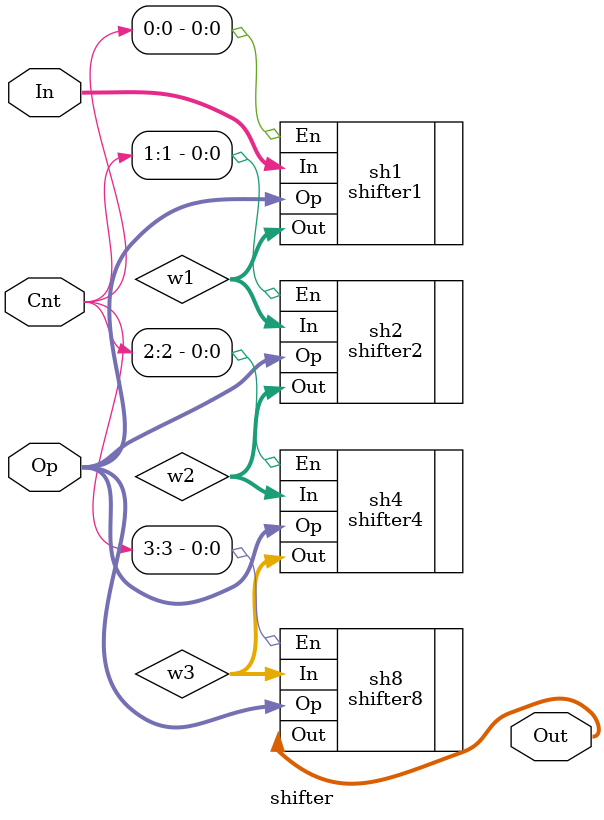
<source format=v>
module shifter (In, Cnt, Op, Out);
   
   input [15:0] In;
   input [3:0]  Cnt;
   input [1:0]  Op;
   output [15:0] Out;

   wire[15:0] w1,w2,w3; 

   shifter1 sh1 (.In(In), .Op(Op), .Out(w1), .En(Cnt[0]) );
   shifter2 sh2 (.In(w1), .Op(Op), .Out(w2), .En(Cnt[1]) );
   shifter4 sh4 (.In(w2), .Op(Op), .Out(w3), .En(Cnt[2]) );
   shifter8 sh8 (.In(w3), .Op(Op), .Out(Out),.En(Cnt[3]) );
   
endmodule


</source>
